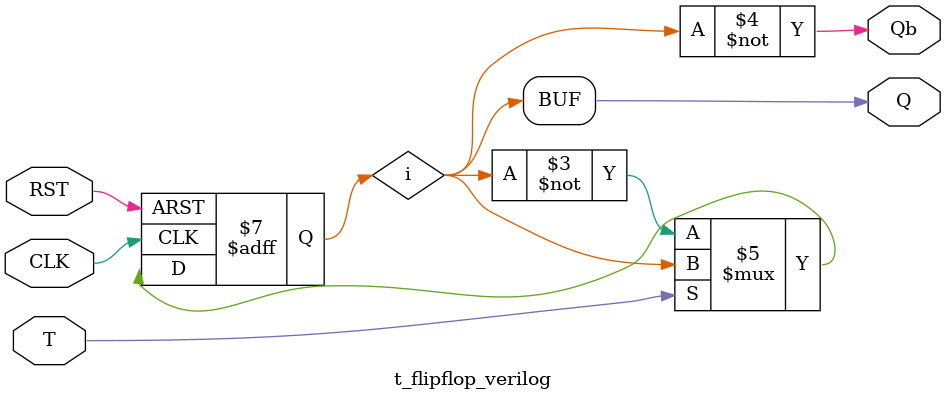
<source format=v>
module t_flipflop_verilog (
	input T,
	input CLK,
	input RST,
	output wire Q,
	output wire Qb
);

reg i;

always @(posedge CLK or posedge RST)
begin
	if (RST)
		i <= 1'b0; // Synchronous reset: Set the output to a known state when RST is asserted
	else if (T == 1'b0)
		i <= ~i;
end

assign Q = i;
assign Qb = ~i;

endmodule


</source>
